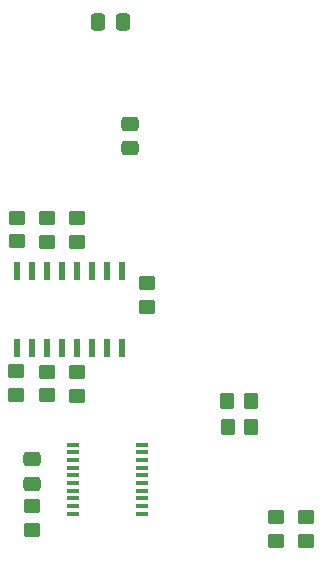
<source format=gbr>
%TF.GenerationSoftware,KiCad,Pcbnew,7.0.11-7.0.11~ubuntu22.04.1*%
%TF.CreationDate,2025-02-11T22:24:31-05:00*%
%TF.ProjectId,C64UltimatePSU,43363455-6c74-4696-9d61-74655053552e,rev?*%
%TF.SameCoordinates,Original*%
%TF.FileFunction,Paste,Top*%
%TF.FilePolarity,Positive*%
%FSLAX46Y46*%
G04 Gerber Fmt 4.6, Leading zero omitted, Abs format (unit mm)*
G04 Created by KiCad (PCBNEW 7.0.11-7.0.11~ubuntu22.04.1) date 2025-02-11 22:24:31*
%MOMM*%
%LPD*%
G01*
G04 APERTURE LIST*
G04 Aperture macros list*
%AMRoundRect*
0 Rectangle with rounded corners*
0 $1 Rounding radius*
0 $2 $3 $4 $5 $6 $7 $8 $9 X,Y pos of 4 corners*
0 Add a 4 corners polygon primitive as box body*
4,1,4,$2,$3,$4,$5,$6,$7,$8,$9,$2,$3,0*
0 Add four circle primitives for the rounded corners*
1,1,$1+$1,$2,$3*
1,1,$1+$1,$4,$5*
1,1,$1+$1,$6,$7*
1,1,$1+$1,$8,$9*
0 Add four rect primitives between the rounded corners*
20,1,$1+$1,$2,$3,$4,$5,0*
20,1,$1+$1,$4,$5,$6,$7,0*
20,1,$1+$1,$6,$7,$8,$9,0*
20,1,$1+$1,$8,$9,$2,$3,0*%
G04 Aperture macros list end*
%ADD10RoundRect,0.250000X-0.350000X-0.450000X0.350000X-0.450000X0.350000X0.450000X-0.350000X0.450000X0*%
%ADD11RoundRect,0.250000X0.350000X0.450000X-0.350000X0.450000X-0.350000X-0.450000X0.350000X-0.450000X0*%
%ADD12RoundRect,0.250000X-0.450000X0.350000X-0.450000X-0.350000X0.450000X-0.350000X0.450000X0.350000X0*%
%ADD13R,1.000000X0.400000*%
%ADD14RoundRect,0.250000X-0.337500X-0.475000X0.337500X-0.475000X0.337500X0.475000X-0.337500X0.475000X0*%
%ADD15RoundRect,0.250000X0.450000X-0.350000X0.450000X0.350000X-0.450000X0.350000X-0.450000X-0.350000X0*%
%ADD16RoundRect,0.250000X-0.475000X0.337500X-0.475000X-0.337500X0.475000X-0.337500X0.475000X0.337500X0*%
%ADD17RoundRect,0.137500X0.137500X-0.662500X0.137500X0.662500X-0.137500X0.662500X-0.137500X-0.662500X0*%
G04 APERTURE END LIST*
D10*
%TO.C,R23*%
X177146200Y-73812400D03*
X179146200Y-73812400D03*
%TD*%
D11*
%TO.C,R22*%
X179139600Y-71602600D03*
X177139600Y-71602600D03*
%TD*%
D12*
%TO.C,R17*%
X170307000Y-61661800D03*
X170307000Y-63661800D03*
%TD*%
%TO.C,R1*%
X159359600Y-56089800D03*
X159359600Y-58089800D03*
%TD*%
%TO.C,R5*%
X164439600Y-56115200D03*
X164439600Y-58115200D03*
%TD*%
D13*
%TO.C,IC1*%
X164100600Y-75322600D03*
X164100600Y-75972600D03*
X164100600Y-76622600D03*
X164100600Y-77272600D03*
X164100600Y-77922600D03*
X164100600Y-78572600D03*
X164100600Y-79222600D03*
X164100600Y-79872600D03*
X164100600Y-80522600D03*
X164100600Y-81172600D03*
X169900600Y-81172600D03*
X169900600Y-80522600D03*
X169900600Y-79872600D03*
X169900600Y-79222600D03*
X169900600Y-78572600D03*
X169900600Y-77922600D03*
X169900600Y-77272600D03*
X169900600Y-76622600D03*
X169900600Y-75972600D03*
X169900600Y-75322600D03*
%TD*%
D12*
%TO.C,R2*%
X161899600Y-56115200D03*
X161899600Y-58115200D03*
%TD*%
D14*
%TO.C,C1*%
X166200000Y-39497000D03*
X168275000Y-39497000D03*
%TD*%
D12*
%TO.C,R20*%
X160578800Y-80543400D03*
X160578800Y-82543400D03*
%TD*%
D15*
%TO.C,R19*%
X161899600Y-71138800D03*
X161899600Y-69138800D03*
%TD*%
D16*
%TO.C,C12*%
X160553400Y-76534100D03*
X160553400Y-78609100D03*
%TD*%
%TO.C,C7*%
X168859200Y-48158400D03*
X168859200Y-50233400D03*
%TD*%
D12*
%TO.C,R6*%
X181229000Y-83432400D03*
X181229000Y-81432400D03*
%TD*%
D17*
%TO.C,IC5*%
X159359600Y-67105600D03*
X160629600Y-67105600D03*
X161899600Y-67105600D03*
X163169600Y-67105600D03*
X164439600Y-67105600D03*
X165709600Y-67105600D03*
X166979600Y-67105600D03*
X168249600Y-67105600D03*
X168249600Y-60605600D03*
X166979600Y-60605600D03*
X165709600Y-60605600D03*
X164439600Y-60605600D03*
X163169600Y-60605600D03*
X161899600Y-60605600D03*
X160629600Y-60605600D03*
X159359600Y-60605600D03*
%TD*%
D12*
%TO.C,R15*%
X183769000Y-83432400D03*
X183769000Y-81432400D03*
%TD*%
D15*
%TO.C,R21*%
X164439600Y-71189600D03*
X164439600Y-69189600D03*
%TD*%
%TO.C,R18*%
X159232600Y-71113400D03*
X159232600Y-69113400D03*
%TD*%
M02*

</source>
